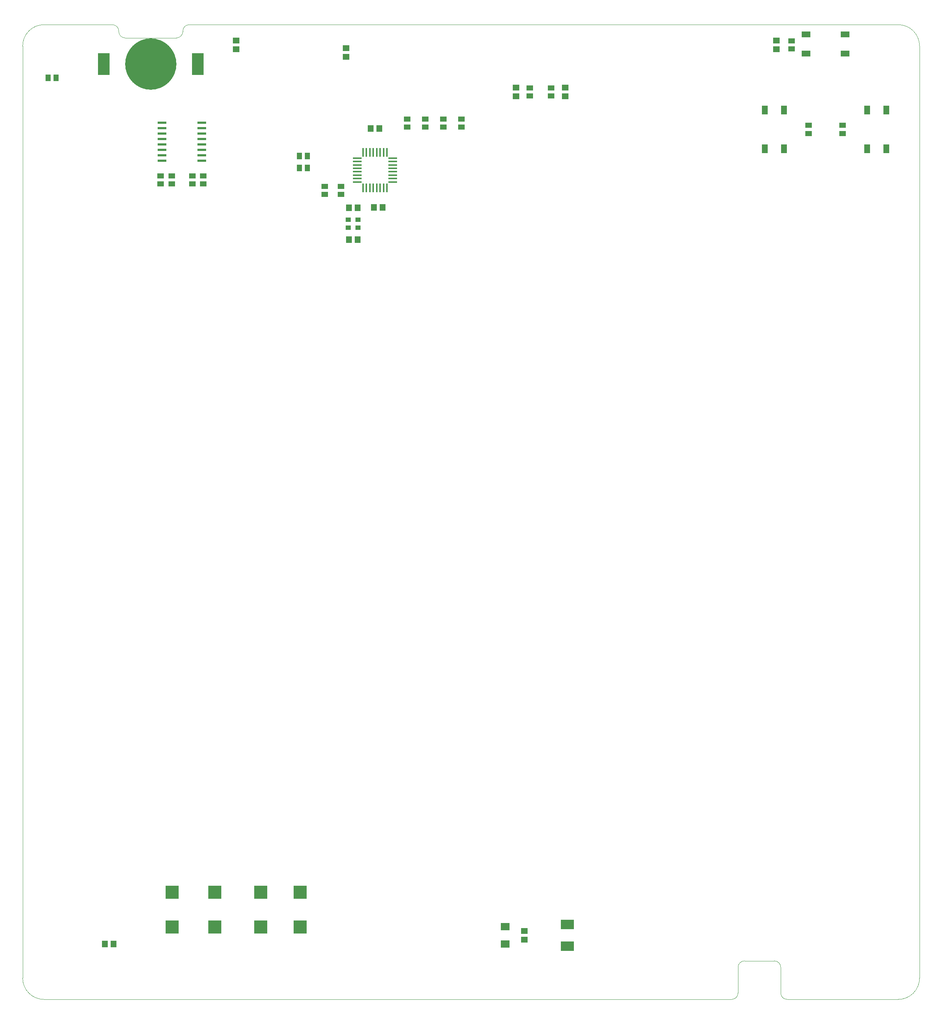
<source format=gbp>
G04 #@! TF.FileFunction,Paste,Bot*
%FSLAX46Y46*%
G04 Gerber Fmt 4.6, Leading zero omitted, Abs format (unit mm)*
G04 Created by KiCad (PCBNEW (2015-07-01 BZR 5850)-product) date Mon Oct 12 14:49:47 2015*
%MOMM*%
G01*
G04 APERTURE LIST*
%ADD10C,0.150000*%
%ADD11C,0.100000*%
%ADD12R,1.498600X1.300480*%
%ADD13R,1.300480X1.498600*%
%ADD14R,1.300480X1.049020*%
%ADD15R,0.449580X1.998980*%
%ADD16R,1.998980X0.449580*%
%ADD17R,3.048000X3.048000*%
%ADD18R,1.550000X1.350000*%
%ADD19R,1.350000X1.550000*%
%ADD20R,2.100000X1.400000*%
%ADD21R,1.400000X2.100000*%
%ADD22R,1.998980X0.599440*%
%ADD23R,2.159000X1.778000*%
%ADD24R,3.149600X2.184400*%
%ADD25R,2.800000X5.100000*%
%ADD26C,12.000000*%
G04 APERTURE END LIST*
D10*
D11*
X220000000Y-269000000D02*
X59000000Y-269000000D01*
X233000000Y-269000000D02*
X259000000Y-269000000D01*
X231500000Y-261500000D02*
X231500000Y-267500000D01*
X221500000Y-267500000D02*
X221500000Y-261500000D01*
X231500000Y-267500000D02*
G75*
G03X233000000Y-269000000I1500000J0D01*
G01*
X220000000Y-269000000D02*
G75*
G03X221500000Y-267500000I0J1500000D01*
G01*
X231500000Y-261500000D02*
G75*
G03X230000000Y-260000000I-1500000J0D01*
G01*
X223000000Y-260000000D02*
G75*
G03X221500000Y-261500000I0J-1500000D01*
G01*
X264000000Y-46000000D02*
X264000000Y-264000000D01*
X93000000Y-41000000D02*
X259000000Y-41000000D01*
X75000000Y-41000000D02*
X59000000Y-41000000D01*
X76500000Y-42500000D02*
X76500000Y-42600000D01*
X76500000Y-42500000D02*
G75*
G03X75000000Y-41000000I-1500000J0D01*
G01*
X91500000Y-42500000D02*
X91500000Y-42600000D01*
X93000000Y-41000000D02*
G75*
G03X91500000Y-42500000I0J-1500000D01*
G01*
X90000000Y-44100000D02*
G75*
G03X91500000Y-42600000I0J1500000D01*
G01*
X76500000Y-42600000D02*
G75*
G03X78000000Y-44100000I1500000J0D01*
G01*
X84000000Y-44100000D02*
X90000000Y-44100000D01*
X84000000Y-44100000D02*
X78000000Y-44100000D01*
X54000000Y-264000000D02*
X54000000Y-46000000D01*
X259000000Y-269000000D02*
G75*
G03X264000000Y-264000000I0J5000000D01*
G01*
X264000000Y-46000000D02*
G75*
G03X259000000Y-41000000I-5000000J0D01*
G01*
X59000000Y-41000000D02*
G75*
G03X54000000Y-46000000I0J-5000000D01*
G01*
X54000000Y-264000000D02*
G75*
G03X59000000Y-269000000I5000000J0D01*
G01*
X230000000Y-260000000D02*
X223000000Y-260000000D01*
D12*
X144000000Y-64952500D03*
X144000000Y-63047500D03*
D13*
X61852500Y-53400000D03*
X59947500Y-53400000D03*
D12*
X86300000Y-78252500D03*
X86300000Y-76347500D03*
X88900000Y-78252500D03*
X88900000Y-76347500D03*
X93700000Y-78252500D03*
X93700000Y-76347500D03*
D14*
X132543000Y-88502500D03*
X130257000Y-86597500D03*
X132543000Y-86597500D03*
X130257000Y-88502500D03*
D15*
X133700920Y-79150360D03*
X134501020Y-79150360D03*
X135301120Y-79150360D03*
X136101220Y-79150360D03*
X136898780Y-79150360D03*
X137698880Y-79150360D03*
X138498980Y-79150360D03*
X139299080Y-79150360D03*
X139299080Y-70849640D03*
X133700920Y-70849640D03*
X134501020Y-70849640D03*
X135301120Y-70849640D03*
X136101220Y-70849640D03*
X136898780Y-70849640D03*
X137698880Y-70849640D03*
X138498980Y-70849640D03*
D16*
X140650360Y-77799080D03*
X140650360Y-76998980D03*
X140650360Y-76198880D03*
X140650360Y-75398780D03*
X140650360Y-74601220D03*
X140650360Y-73801120D03*
X140650360Y-73001020D03*
X140650360Y-72200920D03*
X132349640Y-77799080D03*
X132349640Y-76998980D03*
X132349640Y-76198880D03*
X132349640Y-75398780D03*
X132349640Y-74601220D03*
X132349640Y-73801120D03*
X132349640Y-73001020D03*
X132349640Y-72200920D03*
D12*
X124750000Y-80702500D03*
X124750000Y-78797500D03*
X128500000Y-78797500D03*
X128500000Y-80702500D03*
X234000000Y-46702500D03*
X234000000Y-44797500D03*
X96300000Y-78252500D03*
X96300000Y-76347500D03*
D17*
X119000000Y-252064000D03*
X119000000Y-243936000D03*
X109750000Y-252064000D03*
X109750000Y-243936000D03*
X99000000Y-252064000D03*
X99000000Y-243936000D03*
X89000000Y-252064000D03*
X89000000Y-243936000D03*
D18*
X230500000Y-44750000D03*
X230500000Y-46750000D03*
X129750000Y-48500000D03*
X129750000Y-46500000D03*
X104000000Y-46750000D03*
X104000000Y-44750000D03*
D19*
X135500000Y-65250000D03*
X137500000Y-65250000D03*
X136250000Y-83750000D03*
X138250000Y-83750000D03*
X132400000Y-83800000D03*
X130400000Y-83800000D03*
X132400000Y-91250000D03*
X130400000Y-91250000D03*
D18*
X171500000Y-255000000D03*
X171500000Y-253000000D03*
X181000000Y-55750000D03*
X181000000Y-57750000D03*
X169500000Y-55750000D03*
X169500000Y-57750000D03*
D12*
X177750000Y-55797500D03*
X177750000Y-57702500D03*
X172750000Y-57702500D03*
X172750000Y-55797500D03*
X238000000Y-66452500D03*
X238000000Y-64547500D03*
X246000000Y-66452500D03*
X246000000Y-64547500D03*
D13*
X118797500Y-74500000D03*
X120702500Y-74500000D03*
X118797500Y-71750000D03*
X120702500Y-71750000D03*
D19*
X75250000Y-256050000D03*
X73250000Y-256050000D03*
D20*
X237450000Y-43250000D03*
X246550000Y-43250000D03*
X246550000Y-47750000D03*
X237450000Y-47750000D03*
D21*
X227750000Y-70050000D03*
X227750000Y-60950000D03*
X232250000Y-60950000D03*
X232250000Y-70050000D03*
X256250000Y-60950000D03*
X256250000Y-70050000D03*
X251750000Y-70050000D03*
X251750000Y-60950000D03*
D22*
X86649260Y-72845000D03*
X86649260Y-71575000D03*
X86649260Y-70305000D03*
X86649260Y-69035000D03*
X86649260Y-67765000D03*
X86649260Y-66495000D03*
X86649260Y-65225000D03*
X86649260Y-63955000D03*
X95950740Y-63955000D03*
X95950740Y-65225000D03*
X95950740Y-66495000D03*
X95950740Y-67765000D03*
X95950740Y-69035000D03*
X95950740Y-70305000D03*
X95950740Y-71575000D03*
X95950740Y-72845000D03*
D12*
X148250000Y-64952500D03*
X148250000Y-63047500D03*
X152500000Y-64952500D03*
X152500000Y-63047500D03*
D23*
X167000000Y-256032000D03*
X167000000Y-251968000D03*
D24*
X181500000Y-256540000D03*
X181500000Y-251460000D03*
D25*
X73000000Y-50200000D03*
X95000000Y-50200000D03*
D26*
X84000000Y-50200000D03*
D12*
X156750000Y-64952500D03*
X156750000Y-63047500D03*
M02*

</source>
